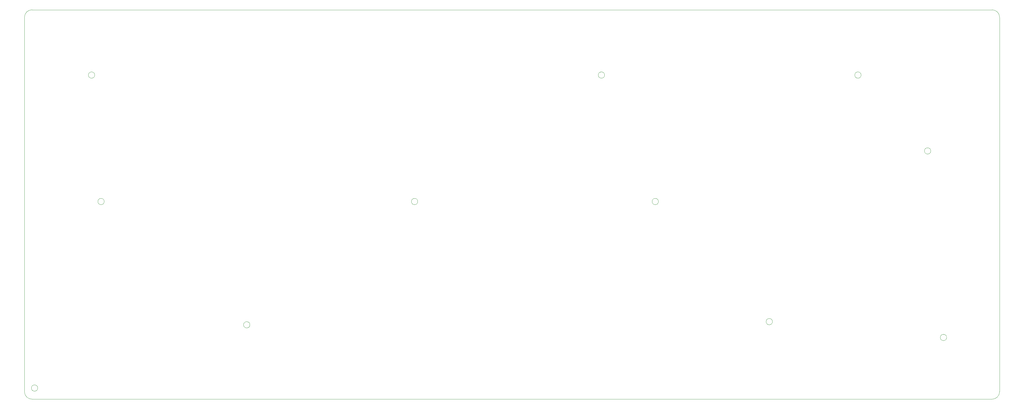
<source format=gbr>
%TF.GenerationSoftware,KiCad,Pcbnew,9.0.2*%
%TF.CreationDate,2025-11-03T13:59:49-05:00*%
%TF.ProjectId,750-THR-Earthtyper,3735302d-5448-4522-9d45-617274687479,rev?*%
%TF.SameCoordinates,Original*%
%TF.FileFunction,Profile,NP*%
%FSLAX46Y46*%
G04 Gerber Fmt 4.6, Leading zero omitted, Abs format (unit mm)*
G04 Created by KiCad (PCBNEW 9.0.2) date 2025-11-03 13:59:49*
%MOMM*%
%LPD*%
G01*
G04 APERTURE LIST*
%TA.AperFunction,Profile*%
%ADD10C,0.050000*%
%TD*%
G04 APERTURE END LIST*
D10*
X-8000000Y13000000D02*
G75*
G02*
X-10000000Y13000000I-1000000J0D01*
G01*
X-10000000Y13000000D02*
G75*
G02*
X-8000000Y13000000I1000000J0D01*
G01*
X112000000Y72000000D02*
G75*
G02*
X110000000Y72000000I-1000000J0D01*
G01*
X110000000Y72000000D02*
G75*
G02*
X112000000Y72000000I1000000J0D01*
G01*
X59000000Y33000000D02*
G75*
G02*
X57000000Y33000000I-1000000J0D01*
G01*
X57000000Y33000000D02*
G75*
G02*
X59000000Y33000000I1000000J0D01*
G01*
X-9817100Y9474200D02*
G75*
G02*
X-12185650Y11842750I-1J2368549D01*
G01*
X224000000Y34000000D02*
G75*
G02*
X222000000Y34000000I-1000000J0D01*
G01*
X222000000Y34000000D02*
G75*
G02*
X224000000Y34000000I1000000J0D01*
G01*
X10000000Y112000000D02*
G75*
G02*
X8000000Y112000000I-1000000J0D01*
G01*
X8000000Y112000000D02*
G75*
G02*
X10000000Y112000000I1000000J0D01*
G01*
X293357350Y132638800D02*
X-9817050Y132638800D01*
X295725850Y11842700D02*
X295725850Y130270200D01*
X-12185650Y130270250D02*
X-12185650Y11842700D01*
X274000000Y88000000D02*
G75*
G02*
X272000000Y88000000I-1000000J0D01*
G01*
X272000000Y88000000D02*
G75*
G02*
X274000000Y88000000I1000000J0D01*
G01*
X171000000Y112000000D02*
G75*
G02*
X169000000Y112000000I-1000000J0D01*
G01*
X169000000Y112000000D02*
G75*
G02*
X171000000Y112000000I1000000J0D01*
G01*
X-12185650Y130270250D02*
G75*
G02*
X-9817100Y132638800I2368549J1D01*
G01*
X295725850Y11842750D02*
G75*
G02*
X293357300Y9474150I-2368550J-50D01*
G01*
X188000000Y72000000D02*
G75*
G02*
X186000000Y72000000I-1000000J0D01*
G01*
X186000000Y72000000D02*
G75*
G02*
X188000000Y72000000I1000000J0D01*
G01*
X-9817100Y9474200D02*
X293357350Y9474200D01*
X252000000Y112000000D02*
G75*
G02*
X250000000Y112000000I-1000000J0D01*
G01*
X250000000Y112000000D02*
G75*
G02*
X252000000Y112000000I1000000J0D01*
G01*
X293357300Y132638800D02*
G75*
G02*
X295725800Y130270250I0J-2368500D01*
G01*
X279000000Y29000000D02*
G75*
G02*
X277000000Y29000000I-1000000J0D01*
G01*
X277000000Y29000000D02*
G75*
G02*
X279000000Y29000000I1000000J0D01*
G01*
X13000000Y72000000D02*
G75*
G02*
X11000000Y72000000I-1000000J0D01*
G01*
X11000000Y72000000D02*
G75*
G02*
X13000000Y72000000I1000000J0D01*
G01*
M02*

</source>
